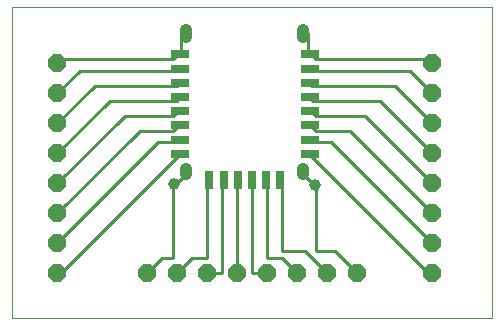
<source format=gtl>
G75*
%MOIN*%
%OFA0B0*%
%FSLAX25Y25*%
%IPPOS*%
%LPD*%
%AMOC8*
5,1,8,0,0,1.08239X$1,22.5*
%
%ADD10C,0.00000*%
%ADD11OC8,0.06000*%
%ADD12R,0.05906X0.03150*%
%ADD13R,0.03150X0.05906*%
%ADD14C,0.03937*%
%ADD15C,0.03937*%
%ADD16C,0.01000*%
D10*
X0001000Y0001000D02*
X0001000Y0104701D01*
X0160921Y0104701D01*
X0160921Y0001000D01*
X0001000Y0001000D01*
D11*
X0016000Y0016000D03*
X0016000Y0026000D03*
X0016000Y0036000D03*
X0016000Y0046000D03*
X0016000Y0056000D03*
X0016000Y0066000D03*
X0016000Y0076000D03*
X0016000Y0086000D03*
X0046000Y0016000D03*
X0056000Y0016000D03*
X0066000Y0016000D03*
X0076000Y0016000D03*
X0086000Y0016000D03*
X0096000Y0016000D03*
X0106000Y0016000D03*
X0116000Y0016000D03*
X0141000Y0016000D03*
X0141000Y0026000D03*
X0141000Y0036000D03*
X0141000Y0046000D03*
X0141000Y0056000D03*
X0141000Y0066000D03*
X0141000Y0076000D03*
X0141000Y0086000D03*
D12*
X0100291Y0084189D03*
X0100291Y0079465D03*
X0100291Y0074740D03*
X0100291Y0070016D03*
X0100291Y0065291D03*
X0100291Y0060567D03*
X0100291Y0055843D03*
X0100291Y0088913D03*
X0056984Y0088913D03*
X0056984Y0084189D03*
X0056984Y0079465D03*
X0056984Y0074740D03*
X0056984Y0070016D03*
X0056984Y0065291D03*
X0056984Y0060567D03*
X0056984Y0055843D03*
D13*
X0066827Y0046984D03*
X0071551Y0046984D03*
X0076276Y0046984D03*
X0081000Y0046984D03*
X0085724Y0046984D03*
X0090449Y0046984D03*
D14*
X0098126Y0049149D02*
X0098126Y0050725D01*
X0098126Y0049149D02*
X0098126Y0049149D01*
X0098126Y0050725D01*
X0098126Y0050725D01*
X0059150Y0050725D02*
X0059150Y0049149D01*
X0059150Y0049149D01*
X0059150Y0050725D01*
X0059150Y0050725D01*
X0059150Y0094819D02*
X0059150Y0097181D01*
X0059150Y0094819D02*
X0059150Y0094819D01*
X0059150Y0097181D01*
X0059150Y0097181D01*
X0098126Y0097181D02*
X0098126Y0094819D01*
X0098126Y0094819D01*
X0098126Y0097181D01*
X0098126Y0097181D01*
D15*
X0101866Y0045409D03*
X0055016Y0045606D03*
D16*
X0054750Y0044750D01*
X0054750Y0021000D01*
X0051000Y0021000D01*
X0046000Y0016000D01*
X0056000Y0016000D02*
X0061000Y0021000D01*
X0066000Y0021000D01*
X0066000Y0046000D01*
X0066827Y0046984D01*
X0071000Y0046000D02*
X0071551Y0046984D01*
X0071000Y0046000D02*
X0071000Y0016000D01*
X0066000Y0016000D01*
X0076000Y0016000D02*
X0076000Y0046000D01*
X0076276Y0046984D01*
X0081000Y0046984D02*
X0081000Y0016000D01*
X0086000Y0016000D01*
X0086000Y0021000D02*
X0091000Y0021000D01*
X0096000Y0016000D01*
X0098500Y0023500D02*
X0091000Y0023500D01*
X0091000Y0046000D01*
X0090449Y0046984D01*
X0086000Y0046000D02*
X0085724Y0046984D01*
X0086000Y0046000D02*
X0086000Y0021000D01*
X0098500Y0023500D02*
X0106000Y0016000D01*
X0108500Y0023500D02*
X0102250Y0023500D01*
X0102250Y0044750D01*
X0101866Y0045409D01*
X0101000Y0046000D01*
X0097250Y0049750D01*
X0098126Y0049937D01*
X0101000Y0054750D02*
X0100291Y0055843D01*
X0101000Y0054750D02*
X0139750Y0016000D01*
X0141000Y0016000D01*
X0141000Y0026000D02*
X0107250Y0059750D01*
X0101000Y0059750D01*
X0100291Y0060567D01*
X0102250Y0063500D02*
X0113500Y0063500D01*
X0141000Y0036000D01*
X0141000Y0046000D02*
X0118500Y0068500D01*
X0102250Y0068500D01*
X0101000Y0069750D01*
X0100291Y0070016D01*
X0101000Y0073500D02*
X0100291Y0074740D01*
X0101000Y0073500D02*
X0123500Y0073500D01*
X0141000Y0056000D01*
X0141000Y0066000D02*
X0128500Y0078500D01*
X0101000Y0078500D01*
X0100291Y0079465D01*
X0101000Y0083500D02*
X0100291Y0084189D01*
X0101000Y0083500D02*
X0133500Y0083500D01*
X0141000Y0076000D01*
X0141000Y0086000D02*
X0139750Y0087250D01*
X0102250Y0087250D01*
X0101000Y0088500D01*
X0100291Y0088913D01*
X0099750Y0089750D01*
X0099750Y0096000D01*
X0098126Y0096000D01*
X0059150Y0096000D02*
X0057250Y0096000D01*
X0057250Y0089750D01*
X0056984Y0088913D01*
X0056000Y0088500D01*
X0054750Y0087250D01*
X0017250Y0087250D01*
X0016000Y0086000D01*
X0023500Y0083500D02*
X0016000Y0076000D01*
X0023500Y0083500D02*
X0056000Y0083500D01*
X0056984Y0084189D01*
X0056984Y0079465D02*
X0056000Y0078500D01*
X0028500Y0078500D01*
X0016000Y0066000D01*
X0016000Y0056000D02*
X0033500Y0073500D01*
X0056000Y0073500D01*
X0056984Y0074740D01*
X0056984Y0070016D02*
X0056000Y0069750D01*
X0054750Y0068500D01*
X0038500Y0068500D01*
X0016000Y0046000D01*
X0016000Y0036000D02*
X0043500Y0063500D01*
X0054750Y0063500D01*
X0056000Y0064750D01*
X0056984Y0065291D01*
X0056984Y0060567D02*
X0056000Y0059750D01*
X0049750Y0059750D01*
X0016000Y0026000D01*
X0016000Y0016000D02*
X0017250Y0016000D01*
X0056000Y0054750D01*
X0056984Y0055843D01*
X0059150Y0049937D02*
X0059750Y0049750D01*
X0056000Y0046000D01*
X0055016Y0045606D01*
X0100291Y0065291D02*
X0101000Y0064750D01*
X0102250Y0063500D01*
X0108500Y0023500D02*
X0116000Y0016000D01*
M02*

</source>
